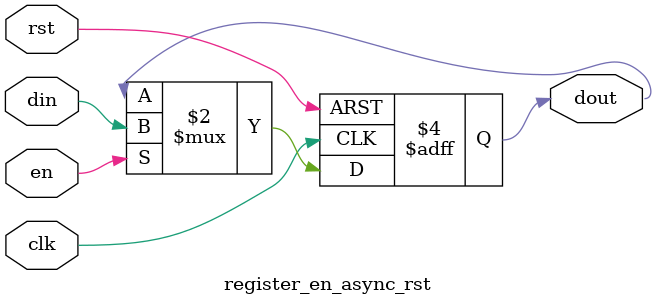
<source format=sv>

`timescale 1ns / 1ps

module register_en_async_rst #(
    parameter integer             WIDTH     = 1,
    parameter logic   [WIDTH-1:0] RESET_VAL = '0
) (
    input logic clk,
    input logic rst,
    input logic en,

    input  logic [WIDTH-1:0] din,
    output logic [WIDTH-1:0] dout
);

  always_ff @(posedge clk or posedge rst) begin
    if (rst) begin
      dout <= RESET_VAL;
    end else if (en) begin
      dout <= din;
    end
  end

endmodule

</source>
